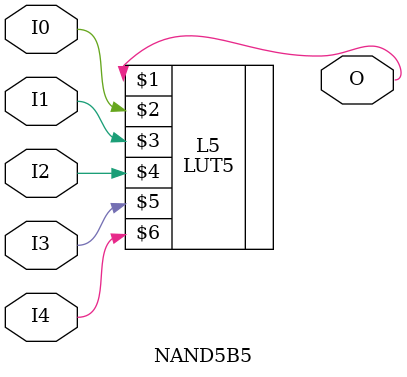
<source format=v>


`timescale  1 ps / 1 ps


module NAND5B5 (O, I0, I1, I2, I3, I4);

    output O;

    input  I0, I1, I2, I3, I4;

    LUT5 #(.INIT(32'hFFFFFFFE)) L5 (O, I0, I1, I2, I3, I4);

endmodule

</source>
